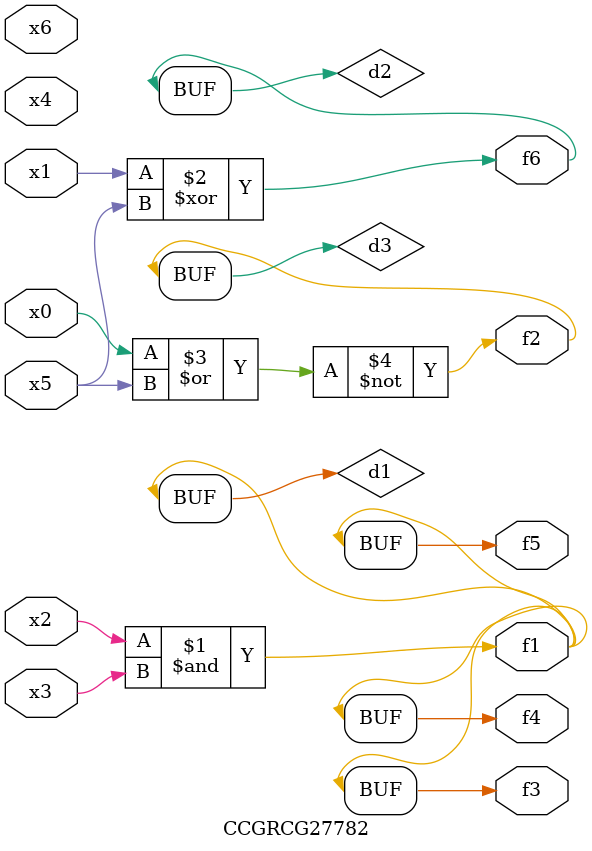
<source format=v>
module CCGRCG27782(
	input x0, x1, x2, x3, x4, x5, x6,
	output f1, f2, f3, f4, f5, f6
);

	wire d1, d2, d3;

	and (d1, x2, x3);
	xor (d2, x1, x5);
	nor (d3, x0, x5);
	assign f1 = d1;
	assign f2 = d3;
	assign f3 = d1;
	assign f4 = d1;
	assign f5 = d1;
	assign f6 = d2;
endmodule

</source>
